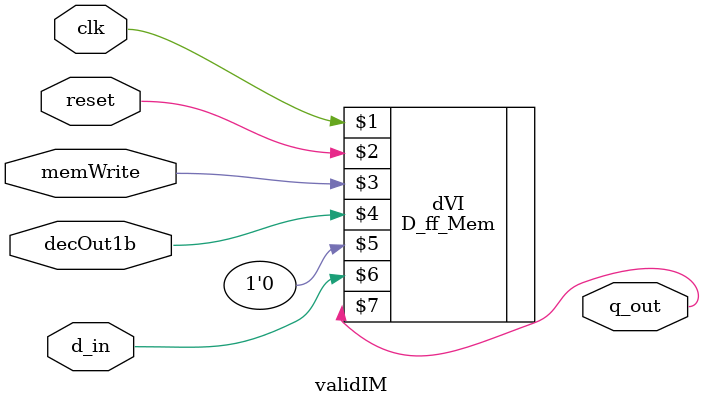
<source format=v>
`timescale 1ns / 1ps
module validIM(input clk,input reset,input memWrite,input decOut1b,input d_in,output q_out);

D_ff_Mem dVI (clk, reset,memWrite,decOut1b,1'b0, d_in, q_out);

endmodule

</source>
